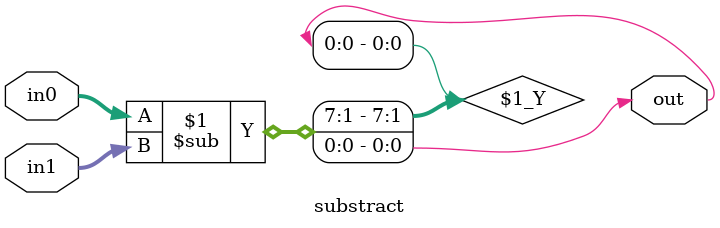
<source format=v>
module substract
(
       input wire [7:0]in0,
       input wire [7:0]in1,
       output wire out
);

assign out = (in0 - in1); 
endmodule
</source>
